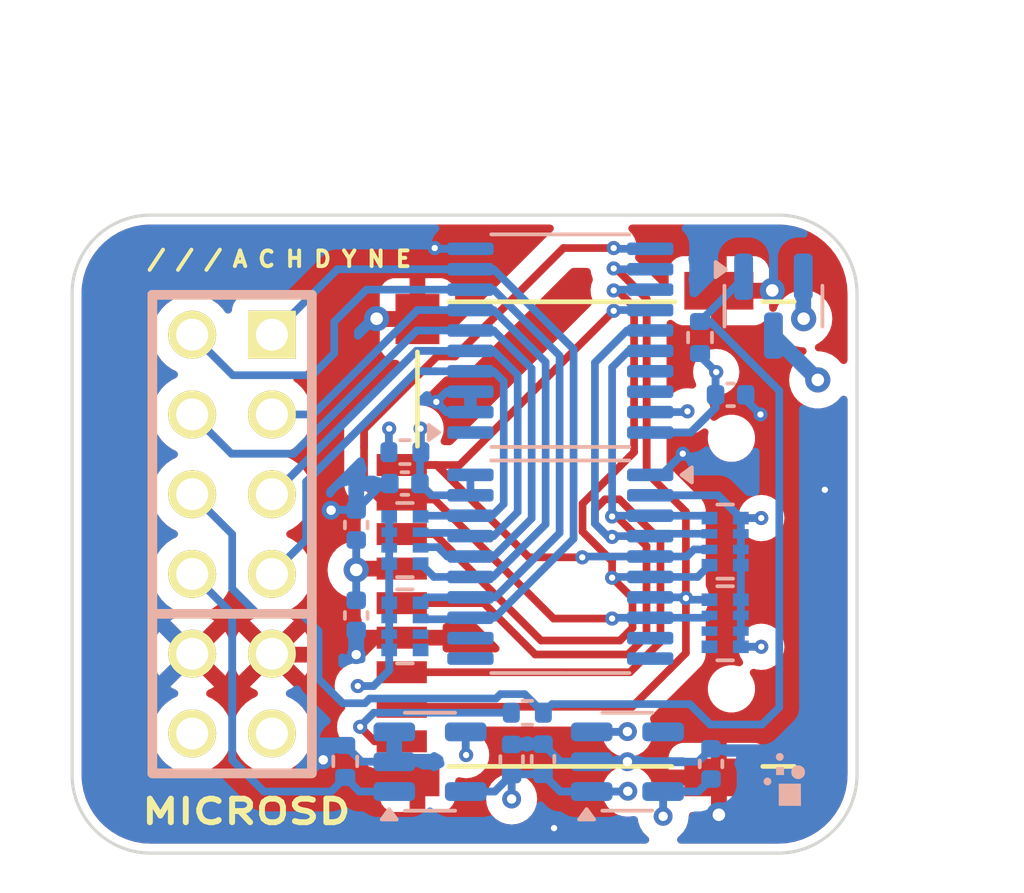
<source format=kicad_pcb>
(kicad_pcb (version 20240108) (generator "pcbnew") (generator_version "8.0")
  (layers (0 "F.Cu" signal) (1 "In1.Cu" signal) (2 "In2.Cu" signal) (31 "B.Cu" signal) (34 "B.Paste" user) (35 "F.Paste" user) (36 "B.SilkS" user "B.Silkscreen") (37 "F.SilkS" user "F.Silkscreen") (38 "B.Mask" user) (39 "F.Mask" user) (44 "Edge.Cuts" user))
  (net 0 "")
  (net 1 "GND")
  (net 2 "/PWR3V3")
  (net 3 "/PWR1V8")
  (net 4 "/SDC_SCK")
  (net 5 "/SDC_CD")
  (net 6 "/SDC_MISO")
  (net 7 "/SDC_SS")
  (net 8 "/SDC_DAT1")
  (net 9 "/SDC_MOSI")
  (net 10 "/SDC_DAT2")
  (net 11 "/SD_VSEL")
  (net 12 "/SD_MOSI")
  (net 13 "/SD_DAT2")
  (net 15 "/SD_DAT1")
  (net 16 "/SD_SCK")
  (net 17 "/SD_SS")
  (net 20 "/SD_MISO")
  (net 21 "/SD_VSEL18")
  (net 25 "/SD_CD")
  (net 32 "/PWRSD")
  (footprint "pmod:pmod_pin_array_6x2" (layer "F.Cu") (at 105.0955 110.16)
    (property "Reference" "PMOD1" (hide yes))
    (property "Value" "PMOD-Device-x2-Type-1A-GPIO" (hide yes))
    (pad "1" thru_hole rect (at 1.27 -6.35) (size 1.524 1.524) (drill 1.016) (layers "*.Cu" "*.Mask" "F.SilkS") (net 17 "/SD_SS"))
    (pad "2" thru_hole circle (at 1.27 -3.81 270) (size 1.524 1.524) (drill 1.016) (layers "*.Cu" "*.Mask" "F.SilkS") (net 12 "/SD_MOSI"))
    (pad "3" thru_hole circle (at 1.27 -1.27 270) (size 1.524 1.524) (drill 1.016) (layers "*.Cu" "*.Mask" "F.SilkS") (net 20 "/SD_MISO"))
    (pad "4" thru_hole circle (at 1.27 1.27 270) (size 1.524 1.524) (drill 1.016) (layers "*.Cu" "*.Mask" "F.SilkS") (net 16 "/SD_SCK"))
    (pad "5" thru_hole circle (at 1.27 3.81 270) (size 1.524 1.524) (drill 1.016) (layers "*.Cu" "*.Mask" "F.SilkS") (net 1 "GND"))
    (pad "6" thru_hole circle (at 1.27 6.35 270) (size 1.524 1.524) (drill 1.016) (layers "*.Cu" "*.Mask" "F.SilkS") (net 2 "/PWR3V3"))
    (pad "7" thru_hole circle (at -1.27 -6.35 270) (size 1.524 1.524) (drill 1.016) (layers "*.Cu" "*.Mask" "F.SilkS") (net 15 "/SD_DAT1"))
    (pad "8" thru_hole circle (at -1.27 -3.81 270) (size 1.524 1.524) (drill 1.016) (layers "*.Cu" "*.Mask" "F.SilkS") (net 13 "/SD_DAT2"))
    (pad "9" thru_hole circle (at -1.27 -1.27 270) (size 1.524 1.524) (drill 1.016) (layers "*.Cu" "*.Mask" "F.SilkS") (net 25 "/SD_CD"))
    (pad "10" thru_hole circle (at -1.27 1.27 270) (size 1.524 1.524) (drill 1.016) (layers "*.Cu" "*.Mask" "F.SilkS") (net 21 "/SD_VSEL18"))
    (pad "11" thru_hole circle (at -1.27 3.81 270) (size 1.524 1.524) (drill 1.016) (layers "*.Cu" "*.Mask" "F.SilkS") (net 1 "GND"))
    (pad "12" thru_hole circle (at -1.27 6.35 270) (size 1.524 1.524) (drill 1.016) (layers "*.Cu" "*.Mask" "F.SilkS") (net 2 "/PWR3V3"))
  )
  (footprint "LD-SDCARD:SDCARD" (layer "F.Cu") (at 121 110.16 90)
    (property "Reference" "J4" (hide yes))
    (property "Value" "MICROSD" (hide yes))
    (pad "" np_thru_hole circle (at -4.93 0 90) (size 1 1) (drill 1) (layers "*.Cu"))
    (pad "" np_thru_hole circle (at 3.05 0 90) (size 1 1) (drill 1) (layers "*.Cu"))
    (pad "1" smd rect (at 2.2 -10.5 90) (size 0.7 1.6) (layers "F.Cu" "F.Paste" "F.Mask") (net 10 "/SDC_DAT2"))
    (pad "2" smd rect (at 1.1 -10.5 90) (size 0.7 1.6) (layers "F.Cu" "F.Paste" "F.Mask") (net 7 "/SDC_SS"))
    (pad "3" smd rect (at 0 -10.5 90) (size 0.7 1.6) (layers "F.Cu" "F.Paste" "F.Mask") (net 9 "/SDC_MOSI"))
    (pad "4" smd rect (at -1.1 -10.5 90) (size 0.7 1.6) (layers "F.Cu" "F.Paste" "F.Mask") (net 32 "/PWRSD"))
    (pad "5" smd rect (at -2.2 -10.5 90) (size 0.7 1.6) (layers "F.Cu" "F.Paste" "F.Mask") (net 4 "/SDC_SCK"))
    (pad "6" smd rect (at -7.75 -10 90) (size 1.2 1.4) (layers "F.Cu" "F.Paste" "F.Mask") (net 1 "GND"))
    (pad "6" smd rect (at -7.75 -0.4 90) (size 1.2 2.2) (layers "F.Cu" "F.Paste" "F.Mask") (net 1 "GND"))
    (pad "6" smd rect (at -3.3 -10.5 90) (size 0.7 1.6) (layers "F.Cu" "F.Paste" "F.Mask") (net 1 "GND"))
    (pad "6" smd rect (at 6.85 -10 90) (size 1.6 1.4) (layers "F.Cu" "F.Paste" "F.Mask") (net 1 "GND"))
    (pad "6" smd rect (at 7.75 -0.4 90) (size 1.2 2.2) (layers "F.Cu" "F.Paste" "F.Mask") (net 1 "GND"))
    (pad "7" smd rect (at -4.4 -10.5 90) (size 0.7 1.6) (layers "F.Cu" "F.Paste" "F.Mask") (net 6 "/SDC_MISO"))
    (pad "8" smd rect (at -5.5 -10.5 90) (size 0.7 1.6) (layers "F.Cu" "F.Paste" "F.Mask") (net 8 "/SDC_DAT1"))
    (pad "9" smd rect (at -6.6 -10.5 90) (size 0.7 1.6) (layers "F.Cu" "F.Paste" "F.Mask") (net 5 "/SDC_CD"))
  )
  (footprint "Resistor_SMD:R_Array_Convex_4x0402" (layer "B.Cu") (at 120.8 113 180)
    (property "Reference" "RN1" (hide yes))
    (property "Value" "DNP" (hide yes))
    (pad "1" smd rect (at -0.5 0.75 180) (size 0.5 0.4) (layers "B.Cu" "B.Paste" "B.Mask") (net 3 "/PWR1V8"))
    (pad "2" smd rect (at -0.5 0.25 180) (size 0.5 0.3) (layers "B.Cu" "B.Paste" "B.Mask") (net 3 "/PWR1V8"))
    (pad "3" smd rect (at -0.5 -0.25 180) (size 0.5 0.3) (layers "B.Cu" "B.Paste" "B.Mask") (net 3 "/PWR1V8"))
    (pad "4" smd rect (at -0.5 -0.75 180) (size 0.5 0.4) (layers "B.Cu" "B.Paste" "B.Mask") (net 3 "/PWR1V8"))
    (pad "5" smd rect (at 0.5 -0.75 180) (size 0.5 0.4) (layers "B.Cu" "B.Paste" "B.Mask"))
    (pad "6" smd rect (at 0.5 -0.25 180) (size 0.5 0.3) (layers "B.Cu" "B.Paste" "B.Mask"))
    (pad "7" smd rect (at 0.5 0.25 180) (size 0.5 0.3) (layers "B.Cu" "B.Paste" "B.Mask") (net 7 "/SDC_SS"))
    (pad "8" smd rect (at 0.5 0.75 180) (size 0.5 0.4) (layers "B.Cu" "B.Paste" "B.Mask") (net 8 "/SDC_DAT1"))
  )
  (footprint "Resistor_SMD:R_Array_Convex_4x0402" (layer "B.Cu") (at 110.6 110.35 180)
    (property "Reference" "RN4" (hide yes))
    (property "Value" "1K" (hide yes))
    (pad "1" smd rect (at -0.5 0.75 180) (size 0.5 0.4) (layers "B.Cu" "B.Paste" "B.Mask") (net 16 "/SD_SCK"))
    (pad "2" smd rect (at -0.5 0.25 180) (size 0.5 0.3) (layers "B.Cu" "B.Paste" "B.Mask") (net 20 "/SD_MISO"))
    (pad "3" smd rect (at -0.5 -0.25 180) (size 0.5 0.3) (layers "B.Cu" "B.Paste" "B.Mask") (net 13 "/SD_DAT2"))
    (pad "4" smd rect (at -0.5 -0.75 180) (size 0.5 0.4) (layers "B.Cu" "B.Paste" "B.Mask") (net 12 "/SD_MOSI"))
    (pad "5" smd rect (at 0.5 -0.75 180) (size 0.5 0.4) (layers "B.Cu" "B.Paste" "B.Mask") (net 2 "/PWR3V3"))
    (pad "6" smd rect (at 0.5 -0.25 180) (size 0.5 0.3) (layers "B.Cu" "B.Paste" "B.Mask") (net 2 "/PWR3V3"))
    (pad "7" smd rect (at 0.5 0.25 180) (size 0.5 0.3) (layers "B.Cu" "B.Paste" "B.Mask") (net 2 "/PWR3V3"))
    (pad "8" smd rect (at 0.5 0.75 180) (size 0.5 0.4) (layers "B.Cu" "B.Paste" "B.Mask") (net 2 "/PWR3V3"))
  )
  (footprint "Capacitor_SMD:C_0402_1005Metric" (layer "B.Cu") (at 120.35 117.48 90)
    (property "Reference" "C39" (hide yes))
    (property "Value" "1uF" (hide yes))
    (pad "1" smd roundrect (at -0.48 0 90) (size 0.56 0.62) (layers "B.Cu" "B.Paste" "B.Mask") (net 3 "/PWR1V8"))
    (pad "2" smd roundrect (at 0.48 0 90) (size 0.56 0.62) (layers "B.Cu" "B.Paste" "B.Mask") (net 1 "GND"))
  )
  (footprint "Resistor_SMD:R_0402_1005Metric" (layer "B.Cu") (at 120 103.9 90)
    (property "Reference" "R2" (hide yes))
    (property "Value" "100K" (hide yes))
    (pad "1" smd roundrect (at -0.51 0 90) (size 0.54 0.64) (layers "B.Cu" "B.Paste" "B.Mask") (net 2 "/PWR3V3"))
    (pad "2" smd roundrect (at 0.51 0 90) (size 0.54 0.64) (layers "B.Cu" "B.Paste" "B.Mask") (net 25 "/SD_CD"))
  )
  (footprint "Capacitor_SMD:C_0402_1005Metric" (layer "B.Cu") (at 109.05 112.75 -90)
    (property "Reference" "C26" (hide yes))
    (property "Value" "10uF" (hide yes))
    (pad "1" smd roundrect (at -0.48 0 270) (size 0.56 0.62) (layers "B.Cu" "B.Paste" "B.Mask") (net 32 "/PWRSD"))
    (pad "2" smd roundrect (at 0.48 0 270) (size 0.56 0.62) (layers "B.Cu" "B.Paste" "B.Mask") (net 1 "GND"))
  )
  (footprint "Resistor_SMD:R_0402_1005Metric" (layer "B.Cu") (at 114.5 115.85)
    (property "Reference" "R7" (hide yes))
    (property "Value" "536R" (hide yes))
    (pad "1" smd roundrect (at -0.51 0) (size 0.54 0.64) (layers "B.Cu" "B.Paste" "B.Mask") (net 5 "/SDC_CD"))
    (pad "2" smd roundrect (at 0.51 0) (size 0.54 0.64) (layers "B.Cu" "B.Paste" "B.Mask") (net 25 "/SD_CD"))
  )
  (footprint "Resistor_SMD:R_0402_1005Metric" (layer "B.Cu") (at 110.6 107.55 180)
    (property "Reference" "R1" (hide yes))
    (property "Value" "200K" (hide yes))
    (pad "1" smd roundrect (at -0.51 0 180) (size 0.54 0.64) (layers "B.Cu" "B.Paste" "B.Mask") (net 11 "/SD_VSEL"))
    (pad "2" smd roundrect (at 0.51 0 180) (size 0.54 0.64) (layers "B.Cu" "B.Paste" "B.Mask") (net 2 "/PWR3V3"))
  )
  (footprint "Package_SO:TSSOP-20_4.4x6.5mm_P0.65mm" (layer "B.Cu") (at 115.55 104)
    (property "Reference" "U2" (hide yes))
    (property "Value" "SN74CB3T3245PWR" (hide yes))
    (pad "1" smd roundrect (at -2.8625 2.925) (size 1.475 0.4) (layers "B.Cu" "B.Paste" "B.Mask"))
    (pad "2" smd roundrect (at -2.8625 2.275) (size 1.475 0.4) (layers "B.Cu" "B.Paste" "B.Mask") (net 1 "GND"))
    (pad "3" smd roundrect (at -2.8625 1.625) (size 1.475 0.4) (layers "B.Cu" "B.Paste" "B.Mask") (net 1 "GND"))
    (pad "4" smd roundrect (at -2.8625 0.975) (size 1.475 0.4) (layers "B.Cu" "B.Paste" "B.Mask") (net 16 "/SD_SCK"))
    (pad "5" smd roundrect (at -2.8625 0.325) (size 1.475 0.4) (layers "B.Cu" "B.Paste" "B.Mask") (net 20 "/SD_MISO"))
    (pad "6" smd roundrect (at -2.8625 -0.325) (size 1.475 0.4) (layers "B.Cu" "B.Paste" "B.Mask") (net 13 "/SD_DAT2"))
    (pad "7" smd roundrect (at -2.8625 -0.975) (size 1.475 0.4) (layers "B.Cu" "B.Paste" "B.Mask") (net 12 "/SD_MOSI"))
    (pad "8" smd roundrect (at -2.8625 -1.625) (size 1.475 0.4) (layers "B.Cu" "B.Paste" "B.Mask") (net 15 "/SD_DAT1"))
    (pad "9" smd roundrect (at -2.8625 -2.275) (size 1.475 0.4) (layers "B.Cu" "B.Paste" "B.Mask") (net 17 "/SD_SS"))
    (pad "10" smd roundrect (at -2.8625 -2.925) (size 1.475 0.4) (layers "B.Cu" "B.Paste" "B.Mask") (net 1 "GND"))
    (pad "11" smd roundrect (at 2.8625 -2.925) (size 1.475 0.4) (layers "B.Cu" "B.Paste" "B.Mask") (net 7 "/SDC_SS"))
    (pad "12" smd roundrect (at 2.8625 -2.275) (size 1.475 0.4) (layers "B.Cu" "B.Paste" "B.Mask") (net 8 "/SDC_DAT1"))
    (pad "13" smd roundrect (at 2.8625 -1.625) (size 1.475 0.4) (layers "B.Cu" "B.Paste" "B.Mask") (net 9 "/SDC_MOSI"))
    (pad "14" smd roundrect (at 2.8625 -0.975) (size 1.475 0.4) (layers "B.Cu" "B.Paste" "B.Mask") (net 10 "/SDC_DAT2"))
    (pad "15" smd roundrect (at 2.8625 -0.325) (size 1.475 0.4) (layers "B.Cu" "B.Paste" "B.Mask") (net 6 "/SDC_MISO"))
    (pad "16" smd roundrect (at 2.8625 0.325) (size 1.475 0.4) (layers "B.Cu" "B.Paste" "B.Mask") (net 4 "/SDC_SCK"))
    (pad "17" smd roundrect (at 2.8625 0.975) (size 1.475 0.4) (layers "B.Cu" "B.Paste" "B.Mask"))
    (pad "18" smd roundrect (at 2.8625 1.625) (size 1.475 0.4) (layers "B.Cu" "B.Paste" "B.Mask"))
    (pad "19" smd roundrect (at 2.8625 2.275) (size 1.475 0.4) (layers "B.Cu" "B.Paste" "B.Mask") (net 11 "/SD_VSEL"))
    (pad "20" smd roundrect (at 2.8625 2.925) (size 1.475 0.4) (layers "B.Cu" "B.Paste" "B.Mask") (net 2 "/PWR3V3"))
  )
  (footprint "LD-LOGO:ld-3mm-kicad" (layer "B.Cu") (at 122.75 118 180)
    (property "Reference" "G***" (hide yes))
    (property "Value" "LOGO" (hide yes))
  )
  (footprint "Capacitor_SMD:C_0402_1005Metric" (layer "B.Cu") (at 109.05 109.87 90)
    (property "Reference" "C27" (hide yes))
    (property "Value" "100nF" (hide yes))
    (pad "1" smd roundrect (at -0.48 0 90) (size 0.56 0.62) (layers "B.Cu" "B.Paste" "B.Mask") (net 32 "/PWRSD"))
    (pad "2" smd roundrect (at 0.48 0 90) (size 0.56 0.62) (layers "B.Cu" "B.Paste" "B.Mask") (net 1 "GND"))
  )
  (footprint "Capacitor_SMD:C_0402_1005Metric" (layer "B.Cu") (at 114 117.34 90)
    (property "Reference" "C2" (hide yes))
    (property "Value" "100nF" (hide yes))
    (pad "1" smd roundrect (at -0.48 0 90) (size 0.56 0.62) (layers "B.Cu" "B.Paste" "B.Mask") (net 2 "/PWR3V3"))
    (pad "2" smd roundrect (at 0.48 0 90) (size 0.56 0.62) (layers "B.Cu" "B.Paste" "B.Mask") (net 1 "GND"))
  )
  (footprint "Package_TO_SOT_SMD:SOT-23-5" (layer "B.Cu") (at 111.4 117.41)
    (property "Reference" "U3" (hide yes))
    (property "Value" "SN74LVC1G125DBVR" (hide yes))
    (pad "1" smd roundrect (at -1.1375 0.95) (size 1.325 0.6) (layers "B.Cu" "B.Paste" "B.Mask") (net 21 "/SD_VSEL18"))
    (pad "2" smd roundrect (at -1.1375 0) (size 1.325 0.6) (layers "B.Cu" "B.Paste" "B.Mask") (net 1 "GND"))
    (pad "3" smd roundrect (at -1.1375 -0.95) (size 1.325 0.6) (layers "B.Cu" "B.Paste" "B.Mask") (net 1 "GND"))
    (pad "4" smd roundrect (at 1.1375 -0.95) (size 1.325 0.6) (layers "B.Cu" "B.Paste" "B.Mask") (net 11 "/SD_VSEL"))
    (pad "5" smd roundrect (at 1.1375 0.95) (size 1.325 0.6) (layers "B.Cu" "B.Paste" "B.Mask") (net 2 "/PWR3V3"))
  )
  (footprint "Package_SO:TSSOP-20_4.4x6.5mm_P0.65mm" (layer "B.Cu") (at 115.55 111.2 180)
    (property "Reference" "U1" (hide yes))
    (property "Value" "LSF0108PWR" (hide yes))
    (pad "1" smd roundrect (at -2.8625 2.925 180) (size 1.475 0.4) (layers "B.Cu" "B.Paste" "B.Mask") (net 1 "GND"))
    (pad "2" smd roundrect (at -2.8625 2.275 180) (size 1.475 0.4) (layers "B.Cu" "B.Paste" "B.Mask") (net 3 "/PWR1V8"))
    (pad "3" smd roundrect (at -2.8625 1.625 180) (size 1.475 0.4) (layers "B.Cu" "B.Paste" "B.Mask") (net 4 "/SDC_SCK"))
    (pad "4" smd roundrect (at -2.8625 0.975 180) (size 1.475 0.4) (layers "B.Cu" "B.Paste" "B.Mask") (net 6 "/SDC_MISO"))
    (pad "5" smd roundrect (at -2.8625 0.325 180) (size 1.475 0.4) (layers "B.Cu" "B.Paste" "B.Mask") (net 10 "/SDC_DAT2"))
    (pad "6" smd roundrect (at -2.8625 -0.325 180) (size 1.475 0.4) (layers "B.Cu" "B.Paste" "B.Mask") (net 9 "/SDC_MOSI"))
    (pad "7" smd roundrect (at -2.8625 -0.975 180) (size 1.475 0.4) (layers "B.Cu" "B.Paste" "B.Mask") (net 8 "/SDC_DAT1"))
    (pad "8" smd roundrect (at -2.8625 -1.625 180) (size 1.475 0.4) (layers "B.Cu" "B.Paste" "B.Mask") (net 7 "/SDC_SS"))
    (pad "9" smd roundrect (at -2.8625 -2.275 180) (size 1.475 0.4) (layers "B.Cu" "B.Paste" "B.Mask"))
    (pad "10" smd roundrect (at -2.8625 -2.925 180) (size 1.475 0.4) (layers "B.Cu" "B.Paste" "B.Mask"))
    (pad "11" smd roundrect (at 2.8625 -2.925 180) (size 1.475 0.4) (layers "B.Cu" "B.Paste" "B.Mask"))
    (pad "12" smd roundrect (at 2.8625 -2.275 180) (size 1.475 0.4) (layers "B.Cu" "B.Paste" "B.Mask"))
    (pad "13" smd roundrect (at 2.8625 -1.625 180) (size 1.475 0.4) (layers "B.Cu" "B.Paste" "B.Mask") (net 17 "/SD_SS"))
    (pad "14" smd roundrect (at 2.8625 -0.975 180) (size 1.475 0.4) (layers "B.Cu" "B.Paste" "B.Mask") (net 15 "/SD_DAT1"))
    (pad "15" smd roundrect (at 2.8625 -0.325 180) (size 1.475 0.4) (layers "B.Cu" "B.Paste" "B.Mask") (net 12 "/SD_MOSI"))
    (pad "16" smd roundrect (at 2.8625 0.325 180) (size 1.475 0.4) (layers "B.Cu" "B.Paste" "B.Mask") (net 13 "/SD_DAT2"))
    (pad "17" smd roundrect (at 2.8625 0.975 180) (size 1.475 0.4) (layers "B.Cu" "B.Paste" "B.Mask") (net 20 "/SD_MISO"))
    (pad "18" smd roundrect (at 2.8625 1.625 180) (size 1.475 0.4) (layers "B.Cu" "B.Paste" "B.Mask") (net 16 "/SD_SCK"))
    (pad "19" smd roundrect (at 2.8625 2.275 180) (size 1.475 0.4) (layers "B.Cu" "B.Paste" "B.Mask") (net 11 "/SD_VSEL"))
    (pad "20" smd roundrect (at 2.8625 2.925 180) (size 1.475 0.4) (layers "B.Cu" "B.Paste" "B.Mask") (net 11 "/SD_VSEL"))
  )
  (footprint "Capacitor_SMD:C_0402_1005Metric" (layer "B.Cu") (at 110.6 108.55 180)
    (property "Reference" "C1" (hide yes))
    (property "Value" "100nF" (hide yes))
    (pad "1" smd roundrect (at -0.48 0 180) (size 0.56 0.62) (layers "B.Cu" "B.Paste" "B.Mask") (net 11 "/SD_VSEL"))
    (pad "2" smd roundrect (at 0.48 0 180) (size 0.56 0.62) (layers "B.Cu" "B.Paste" "B.Mask") (net 1 "GND"))
  )
  (footprint "Resistor_SMD:R_Array_Convex_4x0402" (layer "B.Cu") (at 110.6 113.1)
    (property "Reference" "RN2" (hide yes))
    (property "Value" "1K" (hide yes))
    (pad "1" smd rect (at -0.5 0.75) (size 0.5 0.4) (layers "B.Cu" "B.Paste" "B.Mask") (net 2 "/PWR3V3"))
    (pad "2" smd rect (at -0.5 0.25) (size 0.5 0.3) (layers "B.Cu" "B.Paste" "B.Mask") (net 2 "/PWR3V3"))
    (pad "3" smd rect (at -0.5 -0.25) (size 0.5 0.3) (layers "B.Cu" "B.Paste" "B.Mask") (net 2 "/PWR3V3"))
    (pad "4" smd rect (at -0.5 -0.75) (size 0.5 0.4) (layers "B.Cu" "B.Paste" "B.Mask") (net 2 "/PWR3V3"))
    (pad "5" smd rect (at 0.5 -0.75) (size 0.5 0.4) (layers "B.Cu" "B.Paste" "B.Mask") (net 15 "/SD_DAT1"))
    (pad "6" smd rect (at 0.5 -0.25) (size 0.5 0.3) (layers "B.Cu" "B.Paste" "B.Mask") (net 17 "/SD_SS"))
    (pad "7" smd rect (at 0.5 0.25) (size 0.5 0.3) (layers "B.Cu" "B.Paste" "B.Mask"))
    (pad "8" smd rect (at 0.5 0.75) (size 0.5 0.4) (layers "B.Cu" "B.Paste" "B.Mask"))
  )
  (footprint "Capacitor_SMD:C_0402_1005Metric" (layer "B.Cu") (at 115 117.33 90)
    (property "Reference" "C35" (hide yes))
    (property "Value" "1uF" (hide yes))
    (pad "1" smd roundrect (at -0.48 0 90) (size 0.56 0.62) (layers "B.Cu" "B.Paste" "B.Mask") (net 2 "/PWR3V3"))
    (pad "2" smd roundrect (at 0.48 0 90) (size 0.56 0.62) (layers "B.Cu" "B.Paste" "B.Mask") (net 1 "GND"))
  )
  (footprint "Capacitor_SMD:C_0402_1005Metric" (layer "B.Cu") (at 120.975 105.725)
    (property "Reference" "C3" (hide yes))
    (property "Value" "100nF" (hide yes))
    (pad "1" smd roundrect (at -0.48 0) (size 0.56 0.62) (layers "B.Cu" "B.Paste" "B.Mask") (net 2 "/PWR3V3"))
    (pad "2" smd roundrect (at 0.48 0) (size 0.56 0.62) (layers "B.Cu" "B.Paste" "B.Mask") (net 1 "GND"))
  )
  (footprint "Resistor_SMD:R_Array_Convex_4x0402" (layer "B.Cu") (at 120.8 110.4 180)
    (property "Reference" "RN3" (hide yes))
    (property "Value" "DNP" (hide yes))
    (pad "1" smd rect (at -0.5 0.75 180) (size 0.5 0.4) (layers "B.Cu" "B.Paste" "B.Mask") (net 3 "/PWR1V8"))
    (pad "2" smd rect (at -0.5 0.25 180) (size 0.5 0.3) (layers "B.Cu" "B.Paste" "B.Mask") (net 3 "/PWR1V8"))
    (pad "3" smd rect (at -0.5 -0.25 180) (size 0.5 0.3) (layers "B.Cu" "B.Paste" "B.Mask") (net 3 "/PWR1V8"))
    (pad "4" smd rect (at -0.5 -0.75 180) (size 0.5 0.4) (layers "B.Cu" "B.Paste" "B.Mask") (net 3 "/PWR1V8"))
    (pad "5" smd rect (at 0.5 -0.75 180) (size 0.5 0.4) (layers "B.Cu" "B.Paste" "B.Mask") (net 9 "/SDC_MOSI"))
    (pad "6" smd rect (at 0.5 -0.25 180) (size 0.5 0.3) (layers "B.Cu" "B.Paste" "B.Mask") (net 10 "/SDC_DAT2"))
    (pad "7" smd rect (at 0.5 0.25 180) (size 0.5 0.3) (layers "B.Cu" "B.Paste" "B.Mask") (net 6 "/SDC_MISO"))
    (pad "8" smd rect (at 0.5 0.75 180) (size 0.5 0.4) (layers "B.Cu" "B.Paste" "B.Mask") (net 4 "/SDC_SCK"))
  )
  (footprint "Resistor_SMD:R_0402_1005Metric" (layer "B.Cu") (at 108.7 117.4 -90)
    (property "Reference" "R4" (hide yes))
    (property "Value" "10K" (hide yes))
    (pad "1" smd roundrect (at -0.51 0 270) (size 0.54 0.64) (layers "B.Cu" "B.Paste" "B.Mask") (net 1 "GND"))
    (pad "2" smd roundrect (at 0.51 0 270) (size 0.54 0.64) (layers "B.Cu" "B.Paste" "B.Mask") (net 21 "/SD_VSEL18"))
  )
  (footprint "Package_TO_SOT_SMD:SOT-23" (layer "B.Cu") (at 122.3375 102.9 -90)
    (property "Reference" "Q1" (hide yes))
    (property "Value" "SI2301-ZE P-CH" (hide yes))
    (pad "1" smd roundrect (at -0.9375 0.95 270) (size 1.475 0.6) (layers "B.Cu" "B.Paste" "B.Mask") (net 25 "/SD_CD"))
    (pad "2" smd roundrect (at -0.9375 -0.95 270) (size 1.475 0.6) (layers "B.Cu" "B.Paste" "B.Mask") (net 2 "/PWR3V3"))
    (pad "3" smd roundrect (at 0.9375 0 270) (size 1.475 0.6) (layers "B.Cu" "B.Paste" "B.Mask") (net 32 "/PWRSD"))
  )
  (footprint "Package_TO_SOT_SMD:SOT-23-5" (layer "B.Cu") (at 117.6875 117.41)
    (property "Reference" "U7" (hide yes))
    (property "Value" "TLV74018PDBVR" (hide yes))
    (pad "1" smd roundrect (at -1.1375 0.95) (size 1.325 0.6) (layers "B.Cu" "B.Paste" "B.Mask") (net 2 "/PWR3V3"))
    (pad "2" smd roundrect (at -1.1375 0) (size 1.325 0.6) (layers "B.Cu" "B.Paste" "B.Mask") (net 1 "GND"))
    (pad "3" smd roundrect (at -1.1375 -0.95) (size 1.325 0.6) (layers "B.Cu" "B.Paste" "B.Mask") (net 2 "/PWR3V3"))
    (pad "4" smd roundrect (at 1.1375 -0.95) (size 1.325 0.6) (layers "B.Cu" "B.Paste" "B.Mask"))
    (pad "5" smd roundrect (at 1.1375 0.95) (size 1.325 0.6) (layers "B.Cu" "B.Paste" "B.Mask") (net 3 "/PWR1V8"))
  )
  (gr_arc (start 125 117.82) (mid 124.267767 119.587767) (end 122.5 120.32) (stroke (width 0.1)) (layer "Edge.Cuts"))
  (gr_arc (start 102.5 120.32) (mid 100.732233 119.587767) (end 100 117.82) (stroke (width 0.1)) (layer "Edge.Cuts"))
  (gr_line (start 102.5 100) (end 122.5 100) (stroke (width 0.1)) (layer "Edge.Cuts"))
  (gr_line (start 122.5 120.32) (end 102.5 120.32) (stroke (width 0.1)) (layer "Edge.Cuts"))
  (gr_line (start 125 102.5) (end 125 117.82) (stroke (width 0.1)) (layer "Edge.Cuts"))
  (gr_arc (start 100 102.5) (mid 100.732233 100.732233) (end 102.5 100) (stroke (width 0.1)) (layer "Edge.Cuts"))
  (gr_line (start 100 117.82) (end 100 102.5) (stroke (width 0.1)) (layer "Edge.Cuts"))
  (gr_arc (start 122.5 100) (mid 124.267767 100.732233) (end 125 102.5) (stroke (width 0.1)) (layer "Edge.Cuts"))
  (gr_text "MICROSD" (at 105.55 119 0) (layer "F.SilkS") (effects (font (size 0.75 1) (thickness 0.1875) (bold yes))))
  (gr_text "/ / / A C H D Y N E" (at 106.6 101.4 0) (layer "F.SilkS") (effects (font (size 0.5 0.5) (thickness 0.125))))
  (segment (start 120.6 117.91) (end 120.6 119.1) (width 0.5) (layer "F.Cu") (net 1))
  (segment (start 111 117.91) (end 108.56 117.91) (width 0.5) (layer "F.Cu") (net 1))
  (segment (start 108.56 117.91) (end 108 117.35) (width 0.5) (layer "F.Cu") (net 1))
  (segment (start 109.59 113.46) (end 109.05 114) (width 0.5) (layer "F.Cu") (net 1))
  (segment (start 109.05 114) (end 106.3955 114) (width 0.5) (layer "F.Cu") (net 1))
  (segment (start 111 103.31) (end 109.71 103.31) (width 0.5) (layer "F.Cu") (net 1))
  (segment (start 106.3955 114) (end 106.3655 113.97) (width 0.5) (layer "F.Cu") (net 1))
  (segment (start 122.29 102.41) (end 122.3 102.4) (width 0.5) (layer "F.Cu") (net 1))
  (segment (start 120.6 102.41) (end 122.29 102.41) (width 0.5) (layer "F.Cu") (net 1))
  (segment (start 109.71 103.31) (end 109.7 103.3) (width 0.5) (layer "F.Cu") (net 1))
  (segment (start 110.5 113.46) (end 109.59 113.46) (width 0.5) (layer "F.Cu") (net 1))
  (via (at 122.3 102.4) (size 0.8) (drill 0.4) (layers "F.Cu" "B.Cu") (net 1))
  (via (at 115.35 119.525) (size 0.45) (drill 0.2) (layers "F.Cu" "B.Cu") (net 1))
  (via (at 121.925 106.35) (size 0.45) (drill 0.2) (layers "F.Cu" "B.Cu") (net 1))
  (via (at 123.975 108.75) (size 0.45) (drill 0.2) (layers "F.Cu" "B.Cu") (net 1))
  (via (at 111.55 101.05) (size 0.45) (drill 0.2) (layers "F.Cu" "B.Cu") (net 1))
  (via (at 108 117.35) (size 0.6) (drill 0.3) (layers "F.Cu" "B.Cu") (net 1))
  (via (at 109.05 114) (size 0.6) (drill 0.3) (layers "F.Cu" "B.Cu") (net 1))
  (via (at 109.7 103.3) (size 0.8) (drill 0.4) (layers "F.Cu" "B.Cu") (net 1))
  (via (at 119.45 107.6) (size 0.45) (drill 0.2) (layers "F.Cu" "B.Cu") (net 1))
  (via (at 111.6 105.95) (size 0.45) (drill 0.2) (layers "F.Cu" "B.Cu") (net 1))
  (via (at 120.6 119.1) (size 0.8) (drill 0.4) (layers "F.Cu" "B.Cu") (net 1))
  (via (at 108.25 109.4) (size 0.6) (drill 0.3) (layers "F.Cu" "B.Cu") (net 1))
  (via (at 117.6875 117.41) (size 0.6) (drill 0.3) (layers "F.Cu" "B.Cu") (net 1))
  (segment (start 121.455 105.725) (end 121.455 105.88) (width 0.25) (layer "B.Cu") (net 1))
  (segment (start 118.4125 108.275) (end 118.775 108.275) (width 0.25) (layer "B.Cu") (net 1))
  (segment (start 111.575 101.075) (end 111.55 101.05) (width 0.25) (layer "B.Cu") (net 1))
  (segment (start 116.55 117.41) (end 115.56 117.41) (width 0.25) (layer "B.Cu") (net 1))
  (segment (start 109.22 117.41) (end 108.7 116.89) (width 0.25) (layer "B.Cu") (net 1))
  (segment (start 109.05 113.23) (end 109.05 114) (width 0.5) (layer "B.Cu") (net 1))
  (segment (start 108.46 116.89) (end 108 117.35) (width 0.25) (layer "B.Cu") (net 1))
  (segment (start 109.07 109.37) (end 109.05 109.39) (width 0.25) (layer "B.Cu") (net 1))
  (segment (start 112.6875 106.275) (end 111.925 106.275) (width 0.25) (layer "B.Cu") (net 1))
  (segment (start 115 116.85) (end 114.01 116.85) (width 0.25) (layer "B.Cu") (net 1))
  (segment (start 108.7 116.89) (end 108.46 116.89) (width 0.25) (layer "B.Cu") (net 1))
  (segment (start 108.26 109.39) (end 108.25 109.4) (width 0.25) (layer "B.Cu") (net 1))
  (segment (start 108.75 116.84) (end 108.51 116.84) (width 0.25) (layer "B.Cu") (net 1))
  (segment (start 117.6875 117.41) (end 119.94 117.41) (width 0.25) (layer "B.Cu") (net 1))
  (segment (start 119.94 117.41) (end 120.35 117) (width 0.25) (layer "B.Cu") (net 1))
  (segment (start 114.01 116.85) (end 114 116.86) (width 0.25) (layer "B.Cu") (net 1))
  (segment (start 112.6875 101.075) (end 111.575 101.075) (width 0.25) (layer "B.Cu") (net 1))
  (segment (start 116.55 117.41) (end 117.6875 117.41) (width 0.25) (layer "B.Cu") (net 1))
  (segment (start 115.56 117.41) (end 115 116.85) (width 0.25) (layer "B.Cu") (net 1))
  (segment (start 118.775 108.275) (end 119.45 107.6) (width 0.25) (layer "B.Cu") (net 1))
  (segment (start 112.6875 105.625) (end 111.925 105.625) (width 0.25) (layer "B.Cu") (net 1))
  (segment (start 121.455 105.88) (end 121.925 106.35) (width 0.25) (layer "B.Cu") (net 1))
  (segment (start 109.89 108.55) (end 109.07 109.37) (width 0.25) (layer "B.Cu") (net 1))
  (segment (start 110.12 108.55) (end 109.89 108.55) (width 0.25) (layer "B.Cu") (net 1))
  (segment (start 109.05 109.39) (end 108.26 109.39) (width 0.25) (layer "B.Cu") (net 1))
  (segment (start 110.2625 117.41) (end 109.22 117.41) (width 0.25) (layer "B.Cu") (net 1))
  (segment (start 110.2625 117.41) (end 110.2625 116.46) (width 0.25) (layer "B.Cu") (net 1))
  (segment (start 111.925 106.275) (end 111.6 105.95) (width 0.25) (layer "B.Cu") (net 1))
  (segment (start 111.925 105.625) (end 111.6 105.95) (width 0.25) (layer "B.Cu") (net 1))
  (via (at 123.3 103.3) (size 0.8) (drill 0.4) (layers "F.Cu" "B.Cu") (net 2))
  (via (at 110.1 106.8) (size 0.45) (drill 0.2) (layers "F.Cu" "B.Cu") (net 2))
  (via (at 109.1 115) (size 0.45) (drill 0.2) (layers "F.Cu" "B.Cu") (net 2))
  (via (at 120.515 105) (size 0.45) (drill 0.2) (layers "F.Cu" "B.Cu") (net 2))
  (via (at 117.7 118.35) (size 0.6) (drill 0.3) (layers "F.Cu" "B.Cu") (net 2))
  (via (at 117.6875 116.45) (size 0.6) (drill 0.3) (layers "F.Cu" "B.Cu") (net 2))
  (via (at 114 118.5975) (size 0.6) (drill 0.3) (layers "F.Cu" "B.Cu") (net 2))
  (segment (start 110.09 106.81) (end 110.1 106.8) (width 0.25) (layer "B.Cu") (net 2))
  (segment (start 120.495 105.725) (end 120.495 105.02) (width 0.25) (layer "B.Cu") (net 2))
  (segment (start 110.1 113.35) (end 110.1 113.85) (width 0.25) (layer "B.Cu") (net 2))
  (segment (start 110.1 112.85) (end 110.1 113.35) (width 0.25) (layer "B.Cu") (net 2))
  (segment (start 114.01 117.81) (end 114 117.82) (width 0.25) (layer "B.Cu") (net 2))
  (segment (start 113.46 118.36) (end 114 117.82) (width 0.25) (layer "B.Cu") (net 2))
  (segment (start 115.55 118.36) (end 115 117.81) (width 0.25) (layer "B.Cu") (net 2))
  (segment (start 120 104.41) (end 120 104.485) (width 0.25) (layer "B.Cu") (net 2))
  (segment (start 110.1 112.35) (end 110.1 112.85) (width 0.25) (layer "B.Cu") (net 2))
  (segment (start 112.75 118.36) (end 113.46 118.36) (width 0.25) (layer "B.Cu") (net 2))
  (segment (start 119.702818 106.925) (end 120.495 106.132818) (width 0.25) (layer "B.Cu") (net 2))
  (segment (start 110.1 111.1) (end 110.1 112.35) (width 0.25) (layer "B.Cu") (net 2))
  (segment (start 120.495 106.132818) (end 120.495 105.725) (width 0.25) (layer "B.Cu") (net 2))
  (segment (start 120 104.485) (end 120.515 105) (width 0.25) (layer "B.Cu") (net 2))
  (segment (start 112.5375 118.36) (end 112.75 118.36) (width 0.25) (layer "B.Cu") (net 2))
  (segment (start 117.69 118.36) (end 117.7 118.35) (width 0.25) (layer "B.Cu") (net 2))
  (segment (start 116.55 118.36) (end 115.55 118.36) (width 0.25) (layer "B.Cu") (net 2))
  (segment (start 110.1 111.1) (end 110.1 110.6) (width 0.25) (layer "B.Cu") (net 2))
  (segment (start 116.55 118.36) (end 117.69 118.36) (width 0.25) (layer "B.Cu") (net 2))
  (segment (start 109.6 115) (end 110.1 114.5) (width 0.25) (layer "B.Cu") (net 2))
  (segment (start 110.1 110.6) (end 110.1 110.1) (width 0.25) (layer "B.Cu") (net 2))
  (segment (start 110.1 110.1) (end 110.1 109.6) (width 0.25) (layer "B.Cu") (net 2))
  (segment (start 117.6775 116.46) (end 117.6875 116.45) (width 0.25) (layer "B.Cu") (net 2))
  (segment (start 120.495 105.02) (end 120.515 105) (width 0.25) (layer "B.Cu") (net 2))
  (segment (start 115 117.81) (end 114.01 117.81) (width 0.25) (layer "B.Cu") (net 2))
  (segment (start 123.2875 103.2875) (end 123.3 103.3) (width 0.5) (layer "B.Cu") (net 2))
  (segment (start 109.1 115) (end 109.6 115) (width 0.25) (layer "B.Cu") (net 2))
  (segment (start 123.2875 101.9625) (end 123.2875 103.2875) (width 0.5) (layer "B.Cu") (net 2))
  (segment (start 110.09 107.55) (end 110.09 106.81) (width 0.25) (layer "B.Cu") (net 2))
  (segment (start 114 117.82) (end 114 118.5975) (width 0.25) (layer "B.Cu") (net 2))
  (segment (start 116.55 116.46) (end 117.6775 116.46) (width 0.25) (layer "B.Cu") (net 2))
  (segment (start 119.702818 106.925) (end 118.4125 106.925) (width 0.25) (layer "B.Cu") (net 2))
  (segment (start 110.1 114.5) (end 110.1 113.85) (width 0.25) (layer "B.Cu") (net 2))
  (via (at 121.95 113.75) (size 0.45) (drill 0.2) (layers "F.Cu" "B.Cu") (net 3))
  (via (at 121.95 109.65) (size 0.45) (drill 0.2) (layers "F.Cu" "B.Cu") (net 3))
  (via (at 118.825 119.15) (size 0.6) (drill 0.3) (layers "F.Cu" "B.Cu") (net 3))
  (segment (start 119.95 118.36) (end 120.35 117.96) (width 0.25) (layer "B.Cu") (net 3))
  (segment (start 121.3 109.65) (end 121.95 109.65) (width 0.25) (layer "B.Cu") (net 3))
  (segment (start 121.3 112.75) (end 121.3 113.25) (width 0.25) (layer "B.Cu") (net 3))
  (segment (start 121.3 112.25) (end 121.3 112.75) (width 0.25) (layer "B.Cu") (net 3))
  (segment (start 121.3 111.15) (end 121.3 112.25) (width 0.25) (layer "B.Cu") (net 3))
  (segment (start 118.825 118.36) (end 119.95 118.36) (width 0.25) (layer "B.Cu") (net 3))
  (segment (start 118.4125 108.925) (end 120.575 108.925) (width 0.25) (layer "B.Cu") (net 3))
  (segment (start 121.3 110.65) (end 121.3 111.15) (width 0.25) (layer "B.Cu") (net 3))
  (segment (start 121.3 109.65) (end 121.3 110.15) (width 0.25) (layer "B.Cu") (net 3))
  (segment (start 121.3 110.15) (end 121.3 110.65) (width 0.25) (layer "B.Cu") (net 3))
  (segment (start 121.95 113.75) (end 121.3 113.75) (width 0.25) (layer "B.Cu") (net 3))
  (segment (start 120.575 108.925) (end 121.3 109.65) (width 0.25) (layer "B.Cu") (net 3))
  (segment (start 118.825 118.36) (end 118.825 119.15) (width 0.25) (layer "B.Cu") (net 3))
  (segment (start 121.3 113.25) (end 121.3 113.75) (width 0.25) (layer "B.Cu") (net 3))
  (segment (start 110.5 112.36) (end 113.115674 112.36) (width 0.245) (layer "F.Cu") (net 4))
  (segment (start 113.115674 112.36) (end 114.750674 113.995) (width 0.245) (layer "F.Cu") (net 4))
  (segment (start 114.750674 113.995) (end 117.705 113.995) (width 0.245) (layer "F.Cu") (net 4))
  (segment (start 118.295 110.545) (end 117.35 109.6) (width 0.245) (layer "F.Cu") (net 4))
  (segment (start 118.295 113.405) (end 118.295 110.545) (width 0.245) (layer "F.Cu") (net 4))
  (segment (start 117.705 113.995) (end 118.295 113.405) (width 0.245) (layer "F.Cu") (net 4))
  (segment (start 117.35 109.6) (end 117.2 109.6) (width 0.245) (layer "F.Cu") (net 4))
  (via (at 117.2 109.6) (size 0.45) (drill 0.2) (layers "F.Cu" "B.Cu") (net 4))
  (segment (start 118.4125 109.575) (end 120.225 109.575) (width 0.245) (layer "B.Cu") (net 4))
  (segment (start 117.724724 104.325) (end 118.4125 104.325) (width 0.245) (layer "B.Cu") (net 4))
  (segment (start 117.225 109.575) (end 117.2 109.6) (width 0.245) (layer "B.Cu") (net 4))
  (segment (start 118.4125 109.575) (end 117.225 109.575) (width 0.245) (layer "B.Cu") (net 4))
  (segment (start 120.225 109.575) (end 120.3 109.65) (width 0.245) (layer "B.Cu") (net 4))
  (segment (start 117.2 109.6) (end 117.2 104.849724) (width 0.245) (layer "B.Cu") (net 4))
  (segment (start 117.2 104.849724) (end 117.724724 104.325) (width 0.245) (layer "B.Cu") (net 4))
  (segment (start 110.5 116.76) (end 109.635 116.76) (width 0.245) (layer "F.Cu") (net 5))
  (segment (start 109.635 116.76) (end 109.175 116.3) (width 0.245) (layer "F.Cu") (net 5))
  (via (at 109.175 116.3) (size 0.45) (drill 0.2) (layers "F.Cu" "B.Cu") (net 5))
  (segment (start 109.608338 115.85) (end 113.99 115.85) (width 0.245) (layer "B.Cu") (net 5))
  (segment (start 109.175 116.3) (end 109.175 116.283338) (width 0.245) (layer "B.Cu") (net 5))
  (segment (start 109.175 116.283338) (end 109.608338 115.85) (width 0.245) (layer "B.Cu") (net 5))
  (segment (start 117.2 110.25) (end 117.075718 110.25) (width 0.245) (layer "F.Cu") (net 6))
  (segment (start 117.769326 114.56) (end 110.5 114.56) (width 0.245) (layer "F.Cu") (net 6))
  (segment (start 116.973218 109.0525) (end 117.431826 109.0525) (width 0.245) (layer "F.Cu") (net 6))
  (segment (start 116.6525 109.373218) (end 116.973218 109.0525) (width 0.245) (layer "F.Cu") (net 6))
  (segment (start 118.74 110.360674) (end 118.74 113.589326) (width 0.245) (layer "F.Cu") (net 6))
  (segment (start 116.6525 109.826782) (end 116.6525 109.373218) (width 0.245) (layer "F.Cu") (net 6))
  (segment (start 117.075718 110.25) (end 116.6525 109.826782) (width 0.245) (layer "F.Cu") (net 6))
  (segment (start 117.431826 109.0525) (end 118.74 110.360674) (width 0.245) (layer "F.Cu") (net 6))
  (segment (start 118.74 113.589326) (end 117.769326 114.56) (width 0.245) (layer "F.Cu") (net 6))
  (via (at 117.2 110.25) (size 0.45) (drill 0.2) (layers "F.Cu" "B.Cu") (net 6))
  (segment (start 117.675001 103.675) (end 118.4125 103.675) (width 0.245) (layer "B.Cu") (net 6))
  (segment (start 118.4125 110.225) (end 117.225 110.225) (width 0.245) (layer "B.Cu") (net 6))
  (segment (start 118.4875 110.15) (end 118.4125 110.225) (width 0.245) (layer "B.Cu") (net 6))
  (segment (start 116.6525 104.697501) (end 117.675001 103.675) (width 0.245) (layer "B.Cu") (net 6))
  (segment (start 116.6525 109.826782) (end 116.6525 104.697501) (width 0.245) (layer "B.Cu") (net 6))
  (segment (start 120.3 110.15) (end 118.4875 110.15) (width 0.245) (layer "B.Cu") (net 6))
  (segment (start 117.2 110.25) (end 117.075718 110.25) (width 0.245) (layer "B.Cu") (net 6))
  (segment (start 117.075718 110.25) (end 116.6525 109.826782) (width 0.245) (layer "B.Cu") (net 6))
  (segment (start 117.225 110.225) (end 117.2 110.25) (width 0.245) (layer "B.Cu") (net 6))
  (segment (start 115.335 112.85) (end 117.2 112.85) (width 0.245) (layer "F.Cu") (net 7))
  (segment (start 115.65 101.05) (end 117.25 101.05) (width 0.245) (layer "F.Cu") (net 7))
  (segment (start 110.5 109.06) (end 109.805 109.06) (width 0.245) (layer "F.Cu") (net 7))
  (segment (start 111.545 109.06) (end 115.335 112.85) (width 0.245) (layer "F.Cu") (net 7))
  (segment (start 109.805 109.06) (end 109.3 108.555) (width 0.245) (layer "F.Cu") (net 7))
  (segment (start 110.5 109.06) (end 111.545 109.06) (width 0.245) (layer "F.Cu") (net 7))
  (segment (start 109.3 108.555) (end 109.3 107.4) (width 0.245) (layer "F.Cu") (net 7))
  (segment (start 115.65 101.05) (end 112.2 104.5) (width 0.25) (layer "F.Cu") (net 7))
  (segment (start 109.3 106.822182) (end 109.3 107.4) (width 0.25) (layer "F.Cu") (net 7))
  (segment (start 112.2 104.5) (end 111.622182 104.5) (width 0.25) (layer "F.Cu") (net 7))
  (segment (start 111.622182 104.5) (end 109.3 106.822182) (width 0.25) (layer "F.Cu") (net 7))
  (via (at 117.25 101.05) (size 0.45) (drill 0.2) (layers "F.Cu" "B.Cu") (net 7))
  (via (at 117.2 112.85) (size 0.45) (drill 0.2) (layers "F.Cu" "B.Cu") (net 7))
  (segment (start 117.225 112.825) (end 117.2 112.85) (width 0.245) (layer "B.Cu") (net 7))
  (segment (start 120.225 112.825) (end 120.3 112.75) (width 0.245) (layer "B.Cu") (net 7))
  (segment (start 118.4125 112.825) (end 120.225 112.825) (width 0.245) (layer "B.Cu") (net 7))
  (segment (start 118.4125 101.075) (end 117.275 101.075) (width 0.245) (layer "B.Cu") (net 7))
  (segment (start 118.4125 112.825) (end 117.225 112.825) (width 0.245) (layer "B.Cu") (net 7))
  (segment (start 118.4125 112.825) (end 118.465 112.7725) (width 0.245) (layer "B.Cu") (net 7))
  (segment (start 117.275 101.075) (end 117.25 101.05) (width 0.245) (layer "B.Cu") (net 7))
  (segment (start 119.55 112.2) (end 119.55 109.45) (width 0.245) (layer "F.Cu") (net 8))
  (segment (start 119.55 109.45) (end 118.3 108.2) (width 0.245) (layer "F.Cu") (net 8))
  (segment (start 110.5 115.66) (end 117.84 115.66) (width 0.245) (layer "F.Cu") (net 8))
  (segment (start 117.327818 101.7) (end 118.3 102.672182) (width 0.25) (layer "F.Cu") (net 8))
  (segment (start 119.55 113.95) (end 119.55 112.2) (width 0.245) (layer "F.Cu") (net 8))
  (segment (start 117.25 101.7) (end 117.327818 101.7) (width 0.25) (layer "F.Cu") (net 8))
  (segment (start 117.84 115.66) (end 119.55 113.95) (width 0.245) (layer "F.Cu") (net 8))
  (segment (start 117.324282 101.7) (end 117.25 101.7) (width 0.245) (layer "F.Cu") (net 8))
  (segment (start 118.3 102.672182) (end 118.3 108.2) (width 0.25) (layer "F.Cu") (net 8))
  (via (at 119.55 112.2) (size 0.45) (drill 0.2) (layers "F.Cu" "B.Cu") (net 8))
  (via (at 117.25 101.7) (size 0.45) (drill 0.2) (layers "F.Cu" "B.Cu") (net 8))
  (segment (start 119.525 112.175) (end 119.55 112.2) (width 0.245) (layer "B.Cu") (net 8))
  (segment (start 120.3 112.25) (end 119.6 112.25) (width 0.245) (layer "B.Cu") (net 8))
  (segment (start 117.275 101.725) (end 117.25 101.7) (width 0.245) (layer "B.Cu") (net 8))
  (segment (start 118.4125 101.725) (end 117.275 101.725) (width 0.245) (layer "B.Cu") (net 8))
  (segment (start 119.6 112.25) (end 119.55 112.2) (width 0.245) (layer "B.Cu") (net 8))
  (segment (start 118.4125 112.175) (end 119.525 112.175) (width 0.245) (layer "B.Cu") (net 8))
  (segment (start 116.2575 110.081782) (end 117.2 111.024282) (width 0.245) (layer "F.Cu") (net 9))
  (segment (start 117.9 107.55) (end 116.2575 109.1925) (width 0.245) (layer "F.Cu") (net 9))
  (segment (start 117.9 102.925718) (end 117.9 107.55) (width 0.245) (layer "F.Cu") (net 9))
  (segment (start 116.2575 109.1925) (end 116.2575 110.081782) (width 0.245) (layer "F.Cu") (net 9))
  (segment (start 110.5 110.16) (end 111.545 110.16) (width 0.245) (layer "F.Cu") (net 9))
  (segment (start 117.2 111.024282) (end 117.2 111.55) (width 0.245) (layer "F.Cu") (net 9))
  (segment (start 111.545 110.16) (end 114.935 113.55) (width 0.245) (layer "F.Cu") (net 9))
  (segment (start 117.85 112.2) (end 117.2 111.55) (width 0.245) (layer "F.Cu") (net 9))
  (segment (start 117.45 113.55) (end 117.85 113.15) (width 0.245) (layer "F.Cu") (net 9))
  (segment (start 117.25 102.4) (end 117.374282 102.4) (width 0.245) (layer "F.Cu") (net 9))
  (segment (start 117.374282 102.4) (end 117.9 102.925718) (width 0.245) (layer "F.Cu") (net 9))
  (segment (start 117.85 113.15) (end 117.85 112.2) (width 0.245) (layer "F.Cu") (net 9))
  (segment (start 114.935 113.55) (end 117.45 113.55) (width 0.245) (layer "F.Cu") (net 9))
  (via (at 117.2 111.55) (size 0.45) (drill 0.2) (layers "F.Cu" "B.Cu") (net 9))
  (via (at 117.25 102.4) (size 0.45) (drill 0.2) (layers "F.Cu" "B.Cu") (net 9))
  (segment (start 118.4125 102.375) (end 117.275 102.375) (width 0.245) (layer "B.Cu") (net 9))
  (segment (start 117.275 102.375) (end 117.25 102.4) (width 0.245) (layer "B.Cu") (net 9))
  (segment (start 118.4125 111.525) (end 119.925 111.525) (width 0.245) (layer "B.Cu") (net 9))
  (segment (start 118.4125 111.525) (end 117.225 111.525) (width 0.245) (layer "B.Cu") (net 9))
  (segment (start 117.225 111.525) (end 117.2 111.55) (width 0.245) (layer "B.Cu") (net 9))
  (segment (start 119.925 111.525) (end 120.3 111.15) (width 0.245) (layer "B.Cu") (net 9))
  (segment (start 111.61 107.96) (end 114.55 110.9) (width 0.245) (layer "F.Cu") (net 10))
  (segment (start 110.5 107.96) (end 112.34 107.96) (width 0.245) (layer "F.Cu") (net 10))
  (segment (start 110.5 107.96) (end 111.61 107.96) (width 0.245) (layer "F.Cu") (net 10))
  (segment (start 112.34 107.96) (end 117.25 103.05) (width 0.245) (layer "F.Cu") (net 10))
  (segment (start 116.25 110.9) (end 114.55 110.9) (width 0.245) (layer "F.Cu") (net 10))
  (via (at 117.25 103.05) (size 0.45) (drill 0.2) (layers "F.Cu" "B.Cu") (net 10))
  (via (at 116.25 110.9) (size 0.45) (drill 0.2) (layers "F.Cu" "B.Cu") (net 10))
  (segment (start 119.58 110.875) (end 119.805 110.65) (width 0.245) (layer "B.Cu") (net 10))
  (segment (start 117.275 103.025) (end 117.25 103.05) (width 0.245) (layer "B.Cu") (net 10))
  (segment (start 118.4125 110.875) (end 119.58 110.875) (width 0.245) (layer "B.Cu") (net 10))
  (segment (start 116.275 110.875) (end 116.25 110.9) (width 0.245) (layer "B.Cu") (net 10))
  (segment (start 119.805 110.65) (end 120.3 110.65) (width 0.245) (layer "B.Cu") (net 10))
  (segment (start 118.4125 110.875) (end 116.275 110.875) (width 0.245) (layer "B.Cu") (net 10))
  (segment (start 118.4125 103.025) (end 117.275 103.025) (width 0.245) (layer "B.Cu") (net 10))
  (via (at 111.1 106.8) (size 0.45) (drill 0.2) (layers "F.Cu" "B.Cu") (net 11))
  (via (at 112.55 117.1975) (size 0.45) (drill 0.2) (layers "F.Cu" "B.Cu") (net 11))
  (via (at 119.6 106.25) (size 0.45) (drill 0.2) (layers "F.Cu" "B.Cu") (net 11))
  (segment (start 111.455 108.925) (end 111.08 108.55) (width 0.245) (layer "B.Cu") (net 11))
  (segment (start 112.6875 108.925) (end 112.6875 108.275) (width 0.245) (layer "B.Cu") (net 11))
  (segment (start 111.08 107.58) (end 111.11 107.55) (width 0.245) (layer "B.Cu") (net 11))
  (segment (start 111.11 107.55) (end 111.11 106.81) (width 0.25) (layer "B.Cu") (net 11))
  (segment (start 111.08 108.55) (end 111.08 107.58) (width 0.245) (layer "B.Cu") (net 11))
  (segment (start 112.5375 116.46) (end 112.5375 117.185) (width 0.25) (layer "B.Cu") (net 11))
  (segment (start 111.11 106.81) (end 111.1 106.8) (width 0.25) (layer "B.Cu") (net 11))
  (segment (start 119.575 106.275) (end 119.6 106.25) (width 0.245) (layer "B.Cu") (net 11))
  (segment (start 112.5375 117.185) (end 112.55 117.1975) (width 0.25) (layer "B.Cu") (net 11))
  (segment (start 112.6875 108.925) (end 111.455 108.925) (width 0.245) (layer "B.Cu") (net 11))
  (segment (start 118.4125 106.275) (end 119.575 106.275) (width 0.245) (layer "B.Cu") (net 11))
  (segment (start 110.99677 103.025) (end 107.67177 106.35) (width 0.245) (layer "B.Cu") (net 12))
  (segment (start 113.424999 103.025) (end 115.0825 104.682501) (width 0.245) (layer "B.Cu") (net 12))
  (segment (start 112.6875 111.525) (end 111.525 111.525) (width 0.245) (layer "B.Cu") (net 12))
  (segment (start 107.67177 106.35) (end 106.3655 106.35) (width 0.245) (layer "B.Cu") (net 12))
  (segment (start 115.0825 109.846825) (end 113.404325 111.525) (width 0.245) (layer "B.Cu") (net 12))
  (segment (start 115.0825 104.682501) (end 115.0825 109.846825) (width 0.245) (layer "B.Cu") (net 12))
  (segment (start 112.6875 103.025) (end 110.99677 103.025) (width 0.245) (layer "B.Cu") (net 12))
  (segment (start 113.404325 111.525) (end 112.6875 111.525) (width 0.245) (layer "B.Cu") (net 12))
  (segment (start 111.525 111.525) (end 111.1 111.1) (width 0.245) (layer "B.Cu") (net 12))
  (segment (start 112.6875 103.025) (end 113.424999 103.025) (width 0.245) (layer "B.Cu") (net 12))
  (segment (start 113.424999 103.675) (end 114.6375 104.887501) (width 0.245) (layer "B.Cu") (net 13))
  (segment (start 105.0755 107.6) (end 103.8255 106.35) (width 0.245) (layer "B.Cu") (net 13))
  (segment (start 111.6725 110.5775) (end 111.1 110.5775) (width 0.245) (layer "B.Cu") (net 13))
  (segment (start 114.6375 104.887501) (end 114.6375 109.662499) (width 0.245) (layer "B.Cu") (net 13))
  (segment (start 112.6875 110.875) (end 111.950001 110.875) (width 0.245) (layer "B.Cu") (net 13))
  (segment (start 107.05463 107.6) (end 105.0755 107.6) (width 0.25) (layer "B.Cu") (net 13))
  (segment (start 111.6725 110.597499) (end 111.6725 110.5775) (width 0.245) (layer "B.Cu") (net 13))
  (segment (start 112.6875 103.675) (end 111.325 103.675) (width 0.245) (layer "B.Cu") (net 13))
  (segment (start 114.6375 109.662499) (end 113.424999 110.875) (width 0.245) (layer "B.Cu") (net 13))
  (segment (start 111.325 103.675) (end 110.97963 103.675) (width 0.25) (layer "B.Cu") (net 13))
  (segment (start 112.6875 103.675) (end 113.424999 103.675) (width 0.245) (layer "B.Cu") (net 13))
  (segment (start 111.950001 110.875) (end 111.6725 110.597499) (width 0.245) (layer "B.Cu") (net 13))
  (segment (start 110.97963 103.675) (end 107.05463 107.6) (width 0.25) (layer "B.Cu") (net 13))
  (segment (start 113.424999 110.875) (end 112.6875 110.875) (width 0.245) (layer "B.Cu") (net 13))
  (segment (start 109.375 102.375) (end 108.35 103.4) (width 0.245) (layer "B.Cu") (net 15))
  (segment (start 108.35 104.4) (end 107.65 105.1) (width 0.245) (layer "B.Cu") (net 15))
  (segment (start 105.1155 105.1) (end 103.8255 103.81) (width 0.245) (layer "B.Cu") (net 15))
  (segment (start 112.6875 112.175) (end 111.275 112.175) (width 0.245) (layer "B.Cu") (net 15))
  (segment (start 112.6875 102.375) (end 113.424999 102.375) (width 0.245) (layer "B.Cu") (net 15))
  (segment (start 112.6875 102.375) (end 109.375 102.375) (width 0.245) (layer "B.Cu") (net 15))
  (segment (start 113.424999 102.375) (end 115.5275 104.477501) (width 0.245) (layer "B.Cu") (net 15))
  (segment (start 108.35 103.4) (end 108.35 104.4) (width 0.245) (layer "B.Cu") (net 15))
  (segment (start 113.4775 112.175) (end 112.6875 112.175) (width 0.245) (layer "B.Cu") (net 15))
  (segment (start 115.5275 110.125) (end 113.4775 112.175) (width 0.245) (layer "B.Cu") (net 15))
  (segment (start 111.275 112.175) (end 111.1 112.35) (width 0.245) (layer "B.Cu") (net 15))
  (segment (start 107.65 105.1) (end 105.1155 105.1) (width 0.245) (layer "B.Cu") (net 15))
  (segment (start 115.5275 104.477501) (end 115.5275 110.125) (width 0.245) (layer "B.Cu") (net 15))
  (segment (start 112.6875 104.975) (end 111.575 104.975) (width 0.245) (layer "B.Cu") (net 16))
  (segment (start 107.4575 108.4925) (end 107.4575 110.338) (width 0.25) (layer "B.Cu") (net 16))
  (segment (start 113.7475 109.202776) (end 113.375276 109.575) (width 0.245) (layer "B.Cu") (net 16))
  (segment (start 113.375276 109.575) (end 112.6875 109.575) (width 0.245) (layer "B.Cu") (net 16))
  (segment (start 113.424999 104.975) (end 113.7475 105.297501) (width 0.245) (layer "B.Cu") (net 16))
  (segment (start 107.4575 110.338) (end 107.45 110.3455) (width 0.25) (layer "B.Cu") (net 16))
  (segment (start 111.125 109.575) (end 111.1 109.6) (width 0.245) (layer "B.Cu") (net 16))
  (segment (start 112.6875 104.975) (end 113.424999 104.975) (width 0.245) (layer "B.Cu") (net 16))
  (segment (start 112.6875 109.575) (end 111.125 109.575) (width 0.245) (layer "B.Cu") (net 16))
  (segment (start 107.45 110.3455) (end 106.3655 111.43) (width 0.245) (layer "B.Cu") (net 16))
  (segment (start 111.575 104.975) (end 110.975 104.975) (width 0.25) (layer "B.Cu") (net 16))
  (segment (start 113.7475 105.297501) (end 113.7475 109.202776) (width 0.245) (layer "B.Cu") (net 16))
  (segment (start 110.975 104.975) (end 107.4575 108.4925) (width 0.25) (layer "B.Cu") (net 16))
  (segment (start 112.6875 101.725) (end 113.424999 101.725) (width 0.245) (layer "B.Cu") (net 17))
  (segment (start 115.9725 104.272501) (end 115.9725 110.309326) (width 0.245) (layer "B.Cu") (net 17))
  (segment (start 113.424999 101.725) (end 115.9725 104.272501) (width 0.245) (layer "B.Cu") (net 17))
  (segment (start 108.4505 101.725) (end 112.6875 101.725) (width 0.245) (layer "B.Cu") (net 17))
  (segment (start 112.6875 112.825) (end 112.64 112.8725) (width 0.245) (layer "B.Cu") (net 17))
  (segment (start 106.3655 103.81) (end 108.4505 101.725) (width 0.245) (layer "B.Cu") (net 17))
  (segment (start 112.64 112.8725) (end 111.1 112.8725) (width 0.245) (layer "B.Cu") (net 17))
  (segment (start 113.456826 112.825) (end 112.6875 112.825) (width 0.245) (layer "B.Cu") (net 17))
  (segment (start 115.9725 110.309326) (end 113.456826 112.825) (width 0.245) (layer "B.Cu") (net 17))
  (segment (start 112.6875 104.325) (end 113.424999 104.325) (width 0.245) (layer "B.Cu") (net 20))
  (segment (start 114.1925 109.457499) (end 113.424999 110.225) (width 0.245) (layer "B.Cu") (net 20))
  (segment (start 112.6875 104.325) (end 111.575 104.325) (width 0.245) (layer "B.Cu") (net 20))
  (segment (start 112.6875 110.225) (end 112.585 110.1225) (width 0.245) (layer "B.Cu") (net 20))
  (segment (start 113.424999 110.225) (end 112.6875 110.225) (width 0.245) (layer "B.Cu") (net 20))
  (segment (start 111.575 104.325) (end 110.966026 104.325) (width 0.25) (layer "B.Cu") (net 20))
  (segment (start 106.401026 108.89) (end 106.3655 108.89) (width 0.25) (layer "B.Cu") (net 20))
  (segment (start 114.1925 105.092501) (end 114.1925 109.457499) (width 0.245) (layer "B.Cu") (net 20))
  (segment (start 113.424999 104.325) (end 114.1925 105.092501) (width 0.245) (layer "B.Cu") (net 20))
  (segment (start 107.01 108.89) (end 106.3655 108.89) (width 0.245) (layer "B.Cu") (net 20))
  (segment (start 112.585 110.1225) (end 111.1225 110.1225) (width 0.245) (layer "B.Cu") (net 20))
  (segment (start 110.966026 104.325) (end 106.401026 108.89) (width 0.25) (layer "B.Cu") (net 20))
  (segment (start 110.2625 118.36) (end 109.15 118.36) (width 0.245) (layer "B.Cu") (net 21))
  (segment (start 108.25 118.36) (end 108.7 117.91) (width 0.245) (layer "B.Cu") (net 21))
  (segment (start 105.1 112.7045) (end 103.8255 111.43) (width 0.25) (layer "B.Cu") (net 21))
  (segment (start 105.8125 118.0625) (end 105.1 117.35) (width 0.25) (layer "B.Cu") (net 21))
  (segment (start 105.8125 118.0625) (end 106.11 118.36) (width 0.245) (layer "B.Cu") (net 21))
  (segment (start 105.1 117.35) (end 105.1 112.7045) (width 0.25) (layer "B.Cu") (net 21))
  (segment (start 109.15 118.36) (end 108.7 117.91) (width 0.245) (layer "B.Cu") (net 21))
  (segment (start 106.11 118.36) (end 108.25 118.36) (width 0.245) (layer "B.Cu") (net 21))
  (segment (start 122.525 115.675) (end 122.525 105.595001) (width 0.245) (layer "B.Cu") (net 25))
  (segment (start 121.3875 101.9625) (end 121.3875 102.0025) (width 0.245) (layer "B.Cu") (net 25))
  (segment (start 109.326782 115.5475) (end 109.476782 115.3975) (width 0.245) (layer "B.Cu") (net 25))
  (segment (start 113.6425 115.2575) (end 114.4175 115.2575) (width 0.245) (layer "B.Cu") (net 25))
  (segment (start 107.3 112.7) (end 107.85 113.25) (width 0.245) (layer "B.Cu") (net 25))
  (segment (start 121.975 116.225) (end 122.525 115.675) (width 0.245) (layer "B.Cu") (net 25))
  (segment (start 109.476782 115.3975) (end 113.5025 115.3975) (width 0.245) (layer "B.Cu") (net 25))
  (segment (start 122.525 105.595001) (end 120.319999 103.39) (width 0.245) (layer "B.Cu") (net 25))
  (segment (start 105.1 111.9) (end 105.9 112.7) (width 0.245) (layer "B.Cu") (net 25))
  (segment (start 119.675 115.575) (end 120.325 116.225) (width 0.245) (layer "B.Cu") (net 25))
  (segment (start 113.5025 115.3975) (end 113.6425 115.2575) (width 0.245) (layer "B.Cu") (net 25))
  (segment (start 105.1 110.1645) (end 105.1 111.9) (width 0.245) (layer "B.Cu") (net 25))
  (segment (start 121.3875 102.0025) (end 120 103.39) (width 0.245) (layer "B.Cu") (net 25))
  (segment (start 115.285 115.575) (end 115.01 115.85) (width 0.245) (layer "B.Cu") (net 25))
  (segment (start 119.675 115.575) (end 115.285 115.575) (width 0.245) (layer "B.Cu") (net 25))
  (segment (start 120.325 116.225) (end 121.975 116.225) (width 0.245) (layer "B.Cu") (net 25))
  (segment (start 107.85 113.25) (end 107.85 114.775) (width 0.245) (layer "B.Cu") (net 25))
  (segment (start 114.4175 115.2575) (end 115.01 115.85) (width 0.245) (layer "B.Cu") (net 25))
  (segment (start 103.8255 108.89) (end 105.1 110.1645) (width 0.245) (layer "B.Cu") (net 25))
  (segment (start 107.85 114.775) (end 108.6225 115.5475) (width 0.245) (layer "B.Cu") (net 25))
  (segment (start 105.9 112.7) (end 107.3 112.7) (width 0.245) (layer "B.Cu") (net 25))
  (segment (start 108.6225 115.5475) (end 109.326782 115.5475) (width 0.245) (layer "B.Cu") (net 25))
  (segment (start 120.319999 103.39) (end 120 103.39) (width 0.245) (layer "B.Cu") (net 25))
  (segment (start 109.09 111.26) (end 109.05 111.3) (width 0.5) (layer "F.Cu") (net 32))
  (segment (start 110.45 111.26) (end 109.09 111.26) (width 0.5) (layer "F.Cu") (net 32))
  (via (at 109.05 111.3) (size 0.8) (drill 0.4) (layers "F.Cu" "B.Cu") (net 32))
  (via (at 123.75 105.25) (size 0.8) (drill 0.4) (layers "F.Cu" "B.Cu") (net 32))
  (segment (start 109.13 112.35) (end 109.05 112.27) (width 0.25) (layer "B.Cu") (net 32))
  (segment (start 109.05 111.3) (end 109.05 110.35) (width 0.25) (layer "B.Cu") (net 32))
  (segment (start 109.05 112.27) (end 109.05 111.3) (width 0.25) (layer "B.Cu") (net 32))
  (segment (start 122.3375 103.8375) (end 123.75 105.25) (width 0.5) (layer "B.Cu") (net 32))
  (zone (net 1) (net_name "GND") (layers "F.Cu" "In1.Cu" "B.Cu") (priority 1) (connect_pads (clearance 0.508)) (min_thickness 0.25) (fill yes (thermal_gap 0.5) (thermal_bridge_width 0.5))
    (polygon (pts (xy 125 100) (xy 100 100) (xy 100 121) (xy 125 121)))
  )
)
</source>
